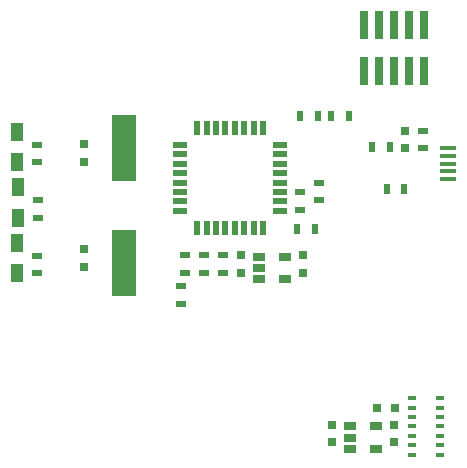
<source format=gtp>
G04 #@! TF.FileFunction,Paste,Top*
%FSLAX46Y46*%
G04 Gerber Fmt 4.6, Leading zero omitted, Abs format (unit mm)*
G04 Created by KiCad (PCBNEW 4.0.5) date Thursday, January 05, 2017 'PMt' 10:01:30 PM*
%MOMM*%
%LPD*%
G01*
G04 APERTURE LIST*
%ADD10C,0.150000*%
%ADD11R,0.500000X0.900000*%
%ADD12R,2.100580X5.600700*%
%ADD13R,1.060000X0.650000*%
%ADD14R,1.200000X0.600000*%
%ADD15R,0.600000X1.200000*%
%ADD16R,0.750000X0.350000*%
%ADD17R,0.900000X0.500000*%
%ADD18R,1.350000X0.400000*%
%ADD19R,0.760000X2.400000*%
%ADD20R,0.750000X0.800000*%
%ADD21R,0.800000X0.750000*%
%ADD22R,1.000000X1.500000*%
G04 APERTURE END LIST*
D10*
D11*
X130200000Y-110050000D03*
X128700000Y-110050000D03*
D12*
X111150000Y-112802280D03*
X111150000Y-122500000D03*
D13*
X130300000Y-136350000D03*
X130300000Y-137300000D03*
X130300000Y-138250000D03*
X132500000Y-138250000D03*
X132500000Y-136350000D03*
X122600000Y-122000000D03*
X122600000Y-122950000D03*
X122600000Y-123900000D03*
X124800000Y-123900000D03*
X124800000Y-122000000D03*
D14*
X115900000Y-112500000D03*
X115900000Y-113300000D03*
X115900000Y-114100000D03*
X115900000Y-114900000D03*
X115900000Y-115700000D03*
X115900000Y-116500000D03*
X115900000Y-117300000D03*
X115900000Y-118100000D03*
D15*
X117350000Y-119550000D03*
X118150000Y-119550000D03*
X118950000Y-119550000D03*
X119750000Y-119550000D03*
X120550000Y-119550000D03*
X121350000Y-119550000D03*
X122150000Y-119550000D03*
X122950000Y-119550000D03*
D14*
X124400000Y-118100000D03*
X124400000Y-117300000D03*
X124400000Y-116500000D03*
X124400000Y-115700000D03*
X124400000Y-114900000D03*
X124400000Y-114100000D03*
X124400000Y-113300000D03*
X124400000Y-112500000D03*
D15*
X122950000Y-111050000D03*
X122150000Y-111050000D03*
X121350000Y-111050000D03*
X120550000Y-111050000D03*
X119750000Y-111050000D03*
X118950000Y-111050000D03*
X118150000Y-111050000D03*
X117350000Y-111050000D03*
D16*
X137950000Y-138750000D03*
X137950000Y-137950000D03*
X137950000Y-137150000D03*
X137950000Y-136350000D03*
X137950000Y-135550000D03*
X137950000Y-134750000D03*
X137950000Y-133950000D03*
X135550000Y-133950000D03*
X135550000Y-134750000D03*
X135550000Y-135550000D03*
X135550000Y-136350000D03*
X135550000Y-137150000D03*
X135550000Y-137950000D03*
X135550000Y-138750000D03*
D17*
X119500000Y-121850000D03*
X119500000Y-123350000D03*
X117900000Y-121850000D03*
X117900000Y-123350000D03*
X103800000Y-112500000D03*
X103800000Y-114000000D03*
X103900000Y-117200000D03*
X103900000Y-118700000D03*
X103800000Y-121900000D03*
X103800000Y-123400000D03*
X136500000Y-112800000D03*
X136500000Y-111300000D03*
D11*
X133650000Y-112700000D03*
X132150000Y-112700000D03*
D17*
X115950000Y-126000000D03*
X115950000Y-124500000D03*
X116300000Y-123350000D03*
X116300000Y-121850000D03*
D11*
X127600000Y-110050000D03*
X126100000Y-110050000D03*
X125800000Y-119600000D03*
X127300000Y-119600000D03*
D17*
X126050000Y-118000000D03*
X126050000Y-116500000D03*
X127650000Y-117200000D03*
X127650000Y-115700000D03*
D18*
X138587460Y-115400900D03*
X138587460Y-114750900D03*
X138587460Y-114100900D03*
X138587460Y-113450900D03*
X138587460Y-112800900D03*
D19*
X136540000Y-102350000D03*
X135270000Y-102350000D03*
X134000000Y-102350000D03*
X132730000Y-102350000D03*
X131460000Y-102350000D03*
X131460000Y-106250000D03*
X132730000Y-106250000D03*
X134000000Y-106250000D03*
X135270000Y-106250000D03*
X136540000Y-106250000D03*
D20*
X134050000Y-136200000D03*
X134050000Y-137700000D03*
X128750000Y-136200000D03*
X128750000Y-137700000D03*
X126350000Y-121850000D03*
X126350000Y-123350000D03*
X121050000Y-121850000D03*
X121050000Y-123350000D03*
X134950000Y-111300000D03*
X134950000Y-112800000D03*
X107800000Y-122850000D03*
X107800000Y-121350000D03*
X107800000Y-112450000D03*
X107800000Y-113950000D03*
D21*
X134100000Y-134750000D03*
X132600000Y-134750000D03*
D22*
X102100000Y-123400000D03*
X102100000Y-120800000D03*
X102200000Y-118700000D03*
X102200000Y-116100000D03*
X102100000Y-114000000D03*
X102100000Y-111400000D03*
D11*
X134900000Y-116250000D03*
X133400000Y-116250000D03*
M02*

</source>
